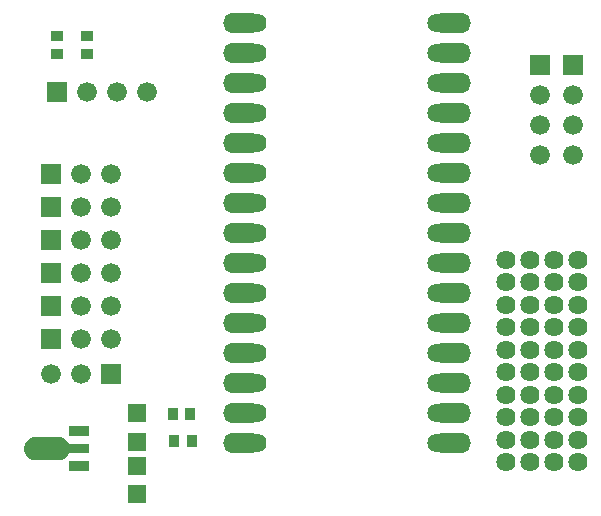
<source format=gts>
G04 Layer: TopSolderMaskLayer*
G04 EasyEDA v6.5.51, 2025-09-08 19:21:40*
G04 d3bb8f252c9f4849ab45821a22fd5e0f,1706e92ce9fe400092762f31ba6d8469,10*
G04 Gerber Generator version 0.2*
G04 Scale: 100 percent, Rotated: No, Reflected: No *
G04 Dimensions in millimeters *
G04 leading zeros omitted , absolute positions ,4 integer and 5 decimal *
%FSLAX45Y45*%
%MOMM*%

%AMMACRO1*4,1,8,-0.7005,-0.8007,-0.7303,-0.7708,-0.7303,0.771,-0.7005,0.8007,0.7003,0.8007,0.7303,0.771,0.7303,-0.7708,0.7003,-0.8007,-0.7005,-0.8007,0*%
%AMMACRO2*4,1,8,-0.8085,-0.8382,-0.8382,-0.8082,-0.8382,0.8085,-0.8085,0.8382,0.8082,0.8382,0.8382,0.8085,0.8382,-0.8082,0.8082,-0.8382,-0.8085,-0.8382,0*%
%AMMACRO3*4,1,8,-0.4531,-0.454,-0.4829,-0.4241,-0.4829,0.4243,-0.4531,0.454,0.4529,0.454,0.4829,0.4243,0.4829,-0.4241,0.4529,-0.454,-0.4531,-0.454,0*%
%AMMACRO4*4,1,8,-0.4243,-0.4829,-0.454,-0.4529,-0.454,0.4531,-0.4243,0.4829,0.4241,0.4829,0.454,0.4531,0.454,-0.4529,0.4241,-0.4829,-0.4243,-0.4829,0*%
%AMMACRO5*4,1,8,-0.8086,-0.3868,-0.8383,-0.3569,-0.8383,0.3571,-0.8086,0.3868,0.8084,0.3868,0.8383,0.3571,0.8383,-0.3569,0.8084,-0.3868,-0.8086,-0.3868,0*%
%ADD10MACRO1*%
%ADD11MACRO2*%
%ADD12C,1.6764*%
%ADD13MACRO3*%
%ADD14MACRO4*%
%ADD15C,0.0169*%
%ADD16O,3.203194X1.7272*%
%ADD17C,1.6256*%
%ADD18MACRO5*%

%LPD*%
D10*
G01*
X2463800Y5047602D03*
G01*
X2463800Y4807597D03*
G01*
X2463800Y4363097D03*
G01*
X2463800Y4603102D03*
D11*
G01*
X6159500Y8001000D03*
D12*
G01*
X6159500Y7747000D03*
G01*
X6159500Y7493000D03*
G01*
X6159500Y7239000D03*
D11*
G01*
X5880100Y8001000D03*
D12*
G01*
X5880100Y7747000D03*
G01*
X5880100Y7493000D03*
G01*
X5880100Y7239000D03*
D11*
G01*
X1790700Y7772400D03*
D12*
G01*
X2044700Y7772400D03*
G01*
X2298700Y7772400D03*
G01*
X2552700Y7772400D03*
G01*
X1739900Y5384800D03*
G01*
X1993900Y5384800D03*
D11*
G01*
X2247900Y5384800D03*
D12*
G01*
X2247900Y7073900D03*
G01*
X1993900Y7073900D03*
D11*
G01*
X1739900Y7073900D03*
D12*
G01*
X2247900Y6794500D03*
G01*
X1993900Y6794500D03*
D11*
G01*
X1739900Y6794500D03*
D12*
G01*
X2247900Y6515100D03*
G01*
X1993900Y6515100D03*
D11*
G01*
X1739900Y6515100D03*
D12*
G01*
X2247900Y6235700D03*
G01*
X1993900Y6235700D03*
D11*
G01*
X1739900Y6235700D03*
D12*
G01*
X2247900Y5956300D03*
G01*
X1993900Y5956300D03*
D11*
G01*
X1739900Y5956300D03*
D12*
G01*
X2247900Y5676900D03*
G01*
X1993900Y5676900D03*
D11*
G01*
X1739900Y5676900D03*
D13*
G01*
X1790700Y8241423D03*
G01*
X1790700Y8090776D03*
G01*
X2044700Y8090776D03*
G01*
X2044700Y8241423D03*
D14*
G01*
X2920123Y5041900D03*
G01*
X2769476Y5041900D03*
G01*
X2782176Y4813300D03*
G01*
X2932823Y4813300D03*
D16*
G01*
X5130800Y8356600D03*
G01*
X5130800Y8102600D03*
G01*
X5130800Y7848600D03*
G01*
X5130800Y7594600D03*
G01*
X5130800Y7340600D03*
G01*
X5130800Y7086600D03*
G01*
X5130800Y6832600D03*
G01*
X5130800Y6578600D03*
G01*
X5130800Y6324600D03*
G01*
X5130800Y6070600D03*
G01*
X5130800Y5816600D03*
G01*
X5130800Y5562600D03*
G01*
X5130800Y5308600D03*
G01*
X5130800Y5054600D03*
G01*
X5130800Y4800600D03*
G01*
X3352800Y4800600D03*
G01*
X3352800Y5054600D03*
G01*
X3352800Y5308600D03*
G01*
X3352800Y5562600D03*
G01*
X3352800Y5816600D03*
G01*
X3352800Y6070600D03*
G01*
X3352800Y6324600D03*
G01*
X3352800Y6578600D03*
G01*
X3352800Y6832600D03*
G01*
X3352800Y7086600D03*
G01*
X3352800Y7340600D03*
G01*
X3352800Y7594600D03*
G01*
X3352800Y7848600D03*
G01*
X3352800Y8102600D03*
G01*
X3352800Y8356600D03*
D17*
G01*
X3479800Y8356600D03*
G01*
X3479800Y8102600D03*
G01*
X3479800Y7848600D03*
G01*
X3479800Y7594600D03*
G01*
X3479800Y7340600D03*
G01*
X3479800Y7086600D03*
G01*
X3479800Y6832600D03*
G01*
X3479800Y6578600D03*
G01*
X3479800Y6324600D03*
G01*
X3479800Y6070600D03*
G01*
X3479800Y5816600D03*
G01*
X3479800Y5562600D03*
G01*
X3479800Y5308600D03*
G01*
X3479800Y5054600D03*
G01*
X3479800Y4800600D03*
G01*
X5003800Y4800600D03*
G01*
X5003800Y5054600D03*
G01*
X5003800Y5308600D03*
G01*
X5003800Y5562600D03*
G01*
X5003800Y5816600D03*
G01*
X5003800Y6070600D03*
G01*
X5003800Y6324600D03*
G01*
X5003800Y6578600D03*
G01*
X5003800Y6832600D03*
G01*
X5003800Y7086600D03*
G01*
X5003800Y7340600D03*
G01*
X5003800Y7594600D03*
G01*
X5003800Y7848600D03*
G01*
X5003800Y8102600D03*
G01*
X5003800Y8356600D03*
D18*
G01*
X1977123Y4599813D03*
G01*
X1977123Y4899812D03*
G36*
X1613077Y4649774D02*
G01*
X1608632Y4649876D01*
X1608353Y4649901D01*
X1603908Y4650231D01*
X1603730Y4650231D01*
X1599311Y4650739D01*
X1599031Y4650790D01*
X1594637Y4651527D01*
X1594459Y4651552D01*
X1590090Y4652467D01*
X1589811Y4652543D01*
X1585518Y4653686D01*
X1585315Y4653737D01*
X1581048Y4655083D01*
X1580819Y4655159D01*
X1576654Y4656683D01*
X1576451Y4656759D01*
X1572336Y4658487D01*
X1572107Y4658613D01*
X1568094Y4660544D01*
X1567891Y4660620D01*
X1563954Y4662728D01*
X1563751Y4662855D01*
X1559940Y4665141D01*
X1559737Y4665268D01*
X1556029Y4667732D01*
X1555851Y4667859D01*
X1552244Y4670475D01*
X1552016Y4670628D01*
X1548561Y4673447D01*
X1548409Y4673600D01*
X1545081Y4676546D01*
X1544904Y4676724D01*
X1541729Y4679848D01*
X1541576Y4679975D01*
X1538528Y4683226D01*
X1538351Y4683429D01*
X1535480Y4686833D01*
X1535353Y4687011D01*
X1532636Y4690541D01*
X1532509Y4690694D01*
X1529943Y4694326D01*
X1529791Y4694580D01*
X1527429Y4698364D01*
X1527327Y4698517D01*
X1525117Y4702378D01*
X1524990Y4702606D01*
X1522984Y4706594D01*
X1522882Y4706797D01*
X1521053Y4710861D01*
X1520977Y4711090D01*
X1519351Y4715230D01*
X1519275Y4715433D01*
X1517827Y4719650D01*
X1517751Y4719904D01*
X1516532Y4724171D01*
X1516481Y4724374D01*
X1515440Y4728718D01*
X1515389Y4728946D01*
X1514551Y4733315D01*
X1514500Y4733569D01*
X1513890Y4737988D01*
X1513865Y4738192D01*
X1513433Y4742611D01*
X1513408Y4742865D01*
X1513204Y4747336D01*
X1513204Y4752238D01*
X1513408Y4756683D01*
X1513433Y4756937D01*
X1513865Y4761382D01*
X1513890Y4761585D01*
X1514500Y4765979D01*
X1514551Y4766233D01*
X1515389Y4770628D01*
X1515440Y4770856D01*
X1516481Y4775174D01*
X1516532Y4775377D01*
X1517751Y4779670D01*
X1517827Y4779924D01*
X1519275Y4784140D01*
X1519351Y4784344D01*
X1520977Y4788484D01*
X1521053Y4788712D01*
X1522882Y4792776D01*
X1522984Y4792979D01*
X1524990Y4796942D01*
X1525117Y4797145D01*
X1527327Y4801031D01*
X1527429Y4801235D01*
X1529791Y4804994D01*
X1529943Y4805197D01*
X1532509Y4808854D01*
X1532636Y4809032D01*
X1535353Y4812563D01*
X1535506Y4812741D01*
X1538376Y4816119D01*
X1538528Y4816297D01*
X1541576Y4819573D01*
X1541729Y4819751D01*
X1544904Y4822850D01*
X1545081Y4823002D01*
X1548409Y4825974D01*
X1548587Y4826127D01*
X1552041Y4828920D01*
X1552244Y4829073D01*
X1555851Y4831714D01*
X1556029Y4831842D01*
X1559737Y4834305D01*
X1559940Y4834432D01*
X1563751Y4836718D01*
X1563954Y4836845D01*
X1567891Y4838954D01*
X1568119Y4839055D01*
X1572132Y4840960D01*
X1572336Y4841062D01*
X1576451Y4842789D01*
X1576628Y4842865D01*
X1580794Y4844414D01*
X1581073Y4844491D01*
X1585340Y4845812D01*
X1585518Y4845862D01*
X1589811Y4847005D01*
X1590065Y4847056D01*
X1594434Y4847996D01*
X1594688Y4848047D01*
X1599082Y4848758D01*
X1599260Y4848783D01*
X1603679Y4849317D01*
X1603959Y4849342D01*
X1608404Y4849647D01*
X1608632Y4849672D01*
X1613077Y4849774D01*
X1798701Y4849774D01*
X1803145Y4849672D01*
X1803374Y4849647D01*
X1807819Y4849342D01*
X1808098Y4849317D01*
X1812518Y4848783D01*
X1812696Y4848758D01*
X1817090Y4848047D01*
X1817344Y4847996D01*
X1821713Y4847056D01*
X1821967Y4847005D01*
X1826260Y4845862D01*
X1826437Y4845812D01*
X1830704Y4844491D01*
X1830984Y4844414D01*
X1835150Y4842865D01*
X1835327Y4842789D01*
X1839442Y4841062D01*
X1839645Y4840960D01*
X1843659Y4839055D01*
X1843887Y4838954D01*
X1847824Y4836845D01*
X1848027Y4836718D01*
X1851837Y4834432D01*
X1852040Y4834305D01*
X1855749Y4831842D01*
X1855927Y4831714D01*
X1859534Y4829073D01*
X1859737Y4828920D01*
X1863191Y4826127D01*
X1863369Y4825974D01*
X1866696Y4823002D01*
X1866849Y4822850D01*
X1870049Y4819751D01*
X1870252Y4819573D01*
X1873275Y4816297D01*
X1873377Y4816144D01*
X1876272Y4812766D01*
X1876450Y4812563D01*
X1879168Y4809032D01*
X1879320Y4808829D01*
X1881860Y4805171D01*
X1881987Y4804994D01*
X1884349Y4801235D01*
X1884451Y4801031D01*
X1886661Y4797145D01*
X1886788Y4796942D01*
X1888794Y4792979D01*
X1888896Y4792751D01*
X1888972Y4792548D01*
X1889074Y4792319D01*
X1889125Y4792090D01*
X1889201Y4791837D01*
X1890140Y4787798D01*
X2055875Y4787798D01*
X2057425Y4787544D01*
X2058822Y4786833D01*
X2059914Y4785740D01*
X2060625Y4784344D01*
X2060879Y4782794D01*
X2060879Y4716779D01*
X2060625Y4715230D01*
X2059914Y4713833D01*
X2058822Y4712741D01*
X2057425Y4712030D01*
X2055875Y4711776D01*
X1890140Y4711776D01*
X1889201Y4707737D01*
X1889150Y4707509D01*
X1888997Y4707051D01*
X1888794Y4706594D01*
X1886788Y4702606D01*
X1886661Y4702378D01*
X1884451Y4698517D01*
X1884349Y4698364D01*
X1881987Y4694580D01*
X1881835Y4694351D01*
X1879295Y4690719D01*
X1879168Y4690541D01*
X1876450Y4687011D01*
X1876297Y4686807D01*
X1873402Y4683404D01*
X1873250Y4683252D01*
X1870227Y4680000D01*
X1870075Y4679822D01*
X1866874Y4676698D01*
X1866696Y4676546D01*
X1863369Y4673600D01*
X1863217Y4673447D01*
X1859762Y4670628D01*
X1859534Y4670475D01*
X1855927Y4667859D01*
X1855749Y4667732D01*
X1852040Y4665268D01*
X1851837Y4665141D01*
X1848027Y4662855D01*
X1847824Y4662728D01*
X1843887Y4660620D01*
X1843684Y4660544D01*
X1839671Y4658613D01*
X1839442Y4658487D01*
X1835327Y4656759D01*
X1835124Y4656683D01*
X1830959Y4655159D01*
X1830730Y4655083D01*
X1826463Y4653737D01*
X1826260Y4653686D01*
X1821967Y4652543D01*
X1821687Y4652467D01*
X1817319Y4651552D01*
X1817141Y4651527D01*
X1812747Y4650790D01*
X1812467Y4650739D01*
X1808048Y4650231D01*
X1807870Y4650231D01*
X1803425Y4649901D01*
X1803145Y4649876D01*
X1798701Y4649774D01*
G37*
D17*
G01*
X5588000Y6350000D03*
G01*
X5791200Y6350000D03*
G01*
X5791200Y6159500D03*
G01*
X5588000Y6159500D03*
G01*
X5994400Y6159500D03*
G01*
X6197600Y6159500D03*
G01*
X6197600Y6350000D03*
G01*
X5994400Y6350000D03*
G01*
X5994400Y5969000D03*
G01*
X6197600Y5969000D03*
G01*
X6197600Y5778500D03*
G01*
X5994400Y5778500D03*
G01*
X5588000Y5778500D03*
G01*
X5791200Y5778500D03*
G01*
X5791200Y5969000D03*
G01*
X5588000Y5969000D03*
G01*
X5588000Y5207000D03*
G01*
X5791200Y5207000D03*
G01*
X5791200Y5016500D03*
G01*
X5588000Y5016500D03*
G01*
X5994400Y5016500D03*
G01*
X6197600Y5016500D03*
G01*
X6197600Y5207000D03*
G01*
X5994400Y5207000D03*
G01*
X5994400Y5588000D03*
G01*
X6197600Y5588000D03*
G01*
X6197600Y5397500D03*
G01*
X5994400Y5397500D03*
G01*
X5588000Y5397500D03*
G01*
X5791200Y5397500D03*
G01*
X5791200Y5588000D03*
G01*
X5588000Y5588000D03*
G01*
X5994400Y4826000D03*
G01*
X6197600Y4826000D03*
G01*
X6197600Y4635500D03*
G01*
X5994400Y4635500D03*
G01*
X5588000Y4635500D03*
G01*
X5791200Y4635500D03*
G01*
X5791200Y4826000D03*
G01*
X5588000Y4826000D03*
M02*

</source>
